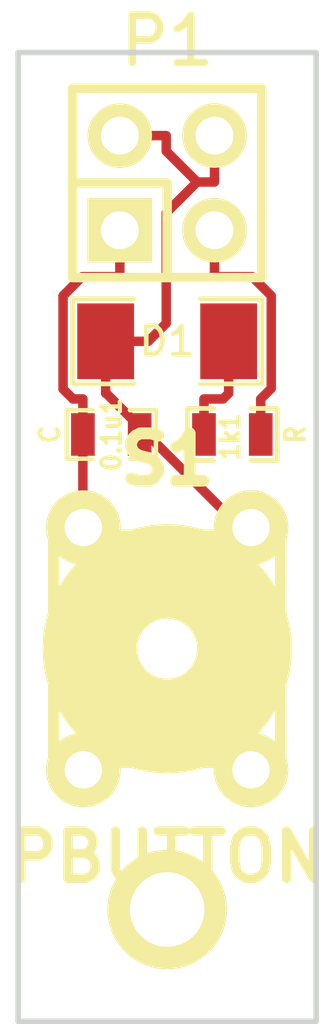
<source format=kicad_pcb>
(kicad_pcb (version 3) (host pcbnew "(2014-04-07 BZR 4791)-product")

  (general
    (links 8)
    (no_connects 0)
    (area 152.215591 87.7422 162.78441 115.575001)
    (thickness 1.6)
    (drawings 4)
    (tracks 35)
    (zones 0)
    (modules 6)
    (nets 8)
  )

  (page A4)
  (layers
    (15 F.Cu signal)
    (0 B.Cu signal)
    (16 B.Adhes user)
    (17 F.Adhes user)
    (18 B.Paste user)
    (19 F.Paste user)
    (20 B.SilkS user)
    (21 F.SilkS user)
    (22 B.Mask user)
    (23 F.Mask user)
    (24 Dwgs.User user)
    (25 Cmts.User user)
    (26 Eco1.User user)
    (27 Eco2.User user)
    (28 Edge.Cuts user)
  )

  (setup
    (last_trace_width 0.254)
    (trace_clearance 0.254)
    (zone_clearance 0.508)
    (zone_45_only no)
    (trace_min 0.254)
    (segment_width 0.2)
    (edge_width 0.15)
    (via_size 0.889)
    (via_drill 0.635)
    (via_min_size 0.889)
    (via_min_drill 0.508)
    (uvia_size 0.508)
    (uvia_drill 0.127)
    (uvias_allowed no)
    (uvia_min_size 0.508)
    (uvia_min_drill 0.127)
    (pcb_text_width 0.3)
    (pcb_text_size 1 1)
    (mod_edge_width 0.15)
    (mod_text_size 1 1)
    (mod_text_width 0.15)
    (pad_size 3.2004 3.2004)
    (pad_drill 2)
    (pad_to_mask_clearance 0)
    (aux_axis_origin 0 0)
    (visible_elements FFFFFF7F)
    (pcbplotparams
      (layerselection 268468224)
      (usegerberextensions true)
      (excludeedgelayer true)
      (linewidth 0.150000)
      (plotframeref false)
      (viasonmask false)
      (mode 1)
      (useauxorigin false)
      (hpglpennumber 1)
      (hpglpenspeed 20)
      (hpglpendiameter 15)
      (hpglpenoverlay 2)
      (psnegative false)
      (psa4output false)
      (plotreference true)
      (plotvalue true)
      (plotothertext true)
      (plotinvisibletext false)
      (padsonsilk false)
      (subtractmaskfromsilk false)
      (outputformat 1)
      (mirror false)
      (drillshape 0)
      (scaleselection 1)
      (outputdirectory OUTPUT/))
  )

  (net 0 "")
  (net 1 GND)
  (net 2 "Net-(0.1u1-Pad1)")
  (net 3 "Net-(1k1-Pad1)")
  (net 4 "Net-(1k1-Pad2)")
  (net 5 "Net-(S1-Pad2)")
  (net 6 "Net-(S1-Pad3)")
  (net 7 "Net-(P2-Pad1)")

  (net_class Default "This is the default net class."
    (clearance 0.254)
    (trace_width 0.254)
    (via_dia 0.889)
    (via_drill 0.635)
    (uvia_dia 0.508)
    (uvia_drill 0.127)
    (add_net GND)
    (add_net "Net-(0.1u1-Pad1)")
    (add_net "Net-(1k1-Pad1)")
    (add_net "Net-(1k1-Pad2)")
    (add_net "Net-(P2-Pad1)")
    (add_net "Net-(S1-Pad2)")
    (add_net "Net-(S1-Pad3)")
  )

  (module SMD_Packages:SM0603_Capa (layer F.Cu) (tedit 534ABF77) (tstamp 534ABF8D)
    (at 156 99.75)
    (path /52F78187)
    (attr smd)
    (fp_text reference 0.1u1 (at 0 0 90) (layer F.SilkS)
      (effects (font (size 0.508 0.4572) (thickness 0.1143)))
    )
    (fp_text value C (at -1.651 0 90) (layer F.SilkS)
      (effects (font (size 0.508 0.4572) (thickness 0.1143)))
    )
    (fp_line (start 0.50038 0.65024) (end 1.19888 0.65024) (layer F.SilkS) (width 0.11938))
    (fp_line (start -0.50038 0.65024) (end -1.19888 0.65024) (layer F.SilkS) (width 0.11938))
    (fp_line (start 0.50038 -0.65024) (end 1.19888 -0.65024) (layer F.SilkS) (width 0.11938))
    (fp_line (start -1.19888 -0.65024) (end -0.50038 -0.65024) (layer F.SilkS) (width 0.11938))
    (fp_line (start 1.19888 -0.635) (end 1.19888 0.635) (layer F.SilkS) (width 0.11938))
    (fp_line (start -1.19888 0.635) (end -1.19888 -0.635) (layer F.SilkS) (width 0.11938))
    (pad 1 smd rect (at -0.762 0) (size 0.635 1.143) (layers F.Cu F.Paste F.Mask)
      (net 2 "Net-(0.1u1-Pad1)"))
    (pad 2 smd rect (at 0.762 0) (size 0.635 1.143) (layers F.Cu F.Paste F.Mask)
      (net 1 GND))
    (model smd\capacitors\C0603.wrl
      (at (xyz 0 0 0.001))
      (scale (xyz 0.5 0.5 0.5))
      (rotate (xyz 0 0 0))
    )
  )

  (module SMD_Packages:SM0603_Resistor (layer F.Cu) (tedit 534ABF77) (tstamp 534ABF99)
    (at 159.25 99.75 180)
    (path /52F7807E)
    (attr smd)
    (fp_text reference 1k1 (at 0.0635 -0.0635 270) (layer F.SilkS)
      (effects (font (size 0.50038 0.4572) (thickness 0.1143)))
    )
    (fp_text value R (at -1.69926 0 270) (layer F.SilkS)
      (effects (font (size 0.508 0.4572) (thickness 0.1143)))
    )
    (fp_line (start -0.50038 -0.6985) (end -1.2065 -0.6985) (layer F.SilkS) (width 0.127))
    (fp_line (start -1.2065 -0.6985) (end -1.2065 0.6985) (layer F.SilkS) (width 0.127))
    (fp_line (start -1.2065 0.6985) (end -0.50038 0.6985) (layer F.SilkS) (width 0.127))
    (fp_line (start 1.2065 -0.6985) (end 0.50038 -0.6985) (layer F.SilkS) (width 0.127))
    (fp_line (start 1.2065 -0.6985) (end 1.2065 0.6985) (layer F.SilkS) (width 0.127))
    (fp_line (start 1.2065 0.6985) (end 0.50038 0.6985) (layer F.SilkS) (width 0.127))
    (pad 1 smd rect (at -0.762 0 180) (size 0.635 1.143) (layers F.Cu F.Paste F.Mask)
      (net 3 "Net-(1k1-Pad1)"))
    (pad 2 smd rect (at 0.762 0 180) (size 0.635 1.143) (layers F.Cu F.Paste F.Mask)
      (net 4 "Net-(1k1-Pad2)"))
    (model smd\resistors\R0603.wrl
      (at (xyz 0 0 0.001))
      (scale (xyz 0.5 0.5 0.5))
      (rotate (xyz 0 0 0))
    )
  )

  (module SMD_Packages:SM1206 (layer F.Cu) (tedit 534ABF77) (tstamp 534ABFA5)
    (at 157.5 97.25 180)
    (path /52F780F2)
    (attr smd)
    (fp_text reference D1 (at 0 0 180) (layer F.SilkS)
      (effects (font (size 0.762 0.762) (thickness 0.127)))
    )
    (fp_text value LED (at 0 0 180) (layer F.SilkS) hide
      (effects (font (size 0.762 0.762) (thickness 0.127)))
    )
    (fp_line (start -2.54 -1.143) (end -2.54 1.143) (layer F.SilkS) (width 0.127))
    (fp_line (start -2.54 1.143) (end -0.889 1.143) (layer F.SilkS) (width 0.127))
    (fp_line (start 0.889 -1.143) (end 2.54 -1.143) (layer F.SilkS) (width 0.127))
    (fp_line (start 2.54 -1.143) (end 2.54 1.143) (layer F.SilkS) (width 0.127))
    (fp_line (start 2.54 1.143) (end 0.889 1.143) (layer F.SilkS) (width 0.127))
    (fp_line (start -0.889 -1.143) (end -2.54 -1.143) (layer F.SilkS) (width 0.127))
    (pad 1 smd rect (at -1.651 0 180) (size 1.524 2.032) (layers F.Cu F.Paste F.Mask)
      (net 4 "Net-(1k1-Pad2)"))
    (pad 2 smd rect (at 1.651 0 180) (size 1.524 2.032) (layers F.Cu F.Paste F.Mask)
      (net 1 GND))
    (model smd/chip_cms.wrl
      (at (xyz 0 0 0))
      (scale (xyz 0.17 0.16 0.16))
      (rotate (xyz 0 0 0))
    )
  )

  (module Pin_Headers:Pin_Header_Straight_2x02 (layer F.Cu) (tedit 534ABF78) (tstamp 534ABFB5)
    (at 157.5 93)
    (descr "1 pin")
    (tags "CONN DEV")
    (path /534ABE66)
    (fp_text reference P1 (at 0 -3.81) (layer F.SilkS)
      (effects (font (size 1.27 1.27) (thickness 0.2032)))
    )
    (fp_text value CONN_2X2 (at 0 0) (layer F.SilkS) hide
      (effects (font (size 1.27 1.27) (thickness 0.2032)))
    )
    (fp_line (start -2.54 0) (end -2.54 2.54) (layer F.SilkS) (width 0.254))
    (fp_line (start -2.54 2.54) (end 0 2.54) (layer F.SilkS) (width 0.254))
    (fp_line (start 0 2.54) (end 0 0) (layer F.SilkS) (width 0.254))
    (fp_line (start 0 0) (end -2.54 0) (layer F.SilkS) (width 0.254))
    (fp_line (start -2.54 0) (end -2.54 -2.54) (layer F.SilkS) (width 0.254))
    (fp_line (start -2.54 -2.54) (end 2.54 -2.54) (layer F.SilkS) (width 0.254))
    (fp_line (start 2.54 -2.54) (end 2.54 2.54) (layer F.SilkS) (width 0.254))
    (fp_line (start 2.54 2.54) (end 0 2.54) (layer F.SilkS) (width 0.254))
    (pad 1 thru_hole rect (at -1.27 1.27) (size 1.7272 1.7272) (drill 1.016) (layers *.Cu *.Mask F.SilkS)
      (net 2 "Net-(0.1u1-Pad1)"))
    (pad 2 thru_hole oval (at -1.27 -1.27) (size 1.7272 1.7272) (drill 1.016) (layers *.Cu *.Mask F.SilkS)
      (net 1 GND))
    (pad 3 thru_hole oval (at 1.27 1.27) (size 1.7272 1.7272) (drill 1.016) (layers *.Cu *.Mask F.SilkS)
      (net 3 "Net-(1k1-Pad1)"))
    (pad 4 thru_hole oval (at 1.27 -1.27) (size 1.7272 1.7272) (drill 1.016) (layers *.Cu *.Mask F.SilkS)
      (net 1 GND))
    (model Pin_Headers/Pin_Header_Straight_2x02.wrl
      (at (xyz 0 0 0))
      (scale (xyz 1 1 1))
      (rotate (xyz 0 0 0))
    )
  )

  (module Saul_footprints:PCB_PUSH_bottom (layer F.Cu) (tedit 52F7D797) (tstamp 534ABFC2)
    (at 157.5 105.5)
    (descr "PCB pushbutton, Tyco FSM6x6 series")
    (tags pushbutton)
    (path /52F3EC4D)
    (fp_text reference S1 (at 0 -5.08) (layer F.SilkS)
      (effects (font (size 1.27 1.27) (thickness 0.3175)))
    )
    (fp_text value PBUTTON (at 0 5.588) (layer F.SilkS)
      (effects (font (size 1.27 1.27) (thickness 0.254)))
    )
    (fp_line (start -3.048 -3.048) (end 3.048 -3.048) (layer F.SilkS) (width 0.3048))
    (fp_line (start 3.048 -3.048) (end 3.048 3.048) (layer F.SilkS) (width 0.3048))
    (fp_line (start 3.048 3.048) (end -3.048 3.048) (layer F.SilkS) (width 0.3048))
    (fp_line (start -3.048 3.048) (end -3.048 -3.048) (layer F.SilkS) (width 0.3048))
    (fp_circle (center 0 0) (end -0.762 0.254) (layer F.SilkS) (width 2.54))
    (pad 1 thru_hole circle (at -2.25044 -3.2512) (size 1.99898 1.99898) (drill 1.00076) (layers *.Cu *.Mask F.SilkS)
      (net 2 "Net-(0.1u1-Pad1)"))
    (pad 3 thru_hole circle (at 2.25044 3.2512) (size 1.99898 1.99898) (drill 1.00076) (layers *.Cu *.Mask F.SilkS)
      (net 6 "Net-(S1-Pad3)"))
    (pad 4 thru_hole circle (at 2.25044 -3.2512) (size 1.99898 1.99898) (drill 1.00076) (layers *.Cu *.Mask F.SilkS)
      (net 1 GND))
    (pad 2 thru_hole circle (at -2.25044 3.2512) (size 1.99898 1.99898) (drill 1.00076) (layers *.Cu *.Mask F.SilkS)
      (net 5 "Net-(S1-Pad2)"))
    (model walter/misc_comp/pcb_push.wrl
      (at (xyz 0 0 0))
      (scale (xyz 1 1 1))
      (rotate (xyz 0 0 0))
    )
  )

  (module Saul_footprints:Mhole (layer F.Cu) (tedit 534BEF40) (tstamp 534AC34F)
    (at 157.5 112.5)
    (path /534AC1F7)
    (fp_text reference P2 (at 0.44958 -4.09956) (layer F.SilkS) hide
      (effects (font (thickness 0.3048)))
    )
    (fp_text value CONN_1 (at 0.20066 -6.10108) (layer F.SilkS) hide
      (effects (font (thickness 0.3048)))
    )
    (pad 1 thru_hole circle (at 0 0) (size 3.2004 3.2004) (drill 2) (layers *.Cu *.Mask F.SilkS)
      (net 7 "Net-(P2-Pad1)") (clearance 1.00076))
  )

  (gr_line (start 153.5 115.5) (end 153.5 89.5) (angle 90) (layer Edge.Cuts) (width 0.15))
  (gr_line (start 161.5 115.5) (end 153.5 115.5) (angle 90) (layer Edge.Cuts) (width 0.15))
  (gr_line (start 161.5 89.5) (end 161.5 115.5) (angle 90) (layer Edge.Cuts) (width 0.15))
  (gr_line (start 153.5 89.5) (end 161.5 89.5) (angle 90) (layer Edge.Cuts) (width 0.15))

  (segment (start 156.9664 99.75) (end 156.9689 99.75) (width 0.254) (layer F.Cu) (net 1))
  (segment (start 156.762 99.75) (end 156.9664 99.75) (width 0.254) (layer F.Cu) (net 1))
  (segment (start 159.7504 102.2488) (end 159.4652 102.2488) (width 0.254) (layer F.Cu) (net 1))
  (segment (start 159.4652 102.2488) (end 156.9664 99.75) (width 0.254) (layer F.Cu) (net 1))
  (segment (start 158.3031 92.9749) (end 157.4749 92.1467) (width 0.254) (layer F.Cu) (net 1))
  (segment (start 157.4749 92.1467) (end 157.4749 91.73) (width 0.254) (layer F.Cu) (net 1))
  (segment (start 158.77 92.9749) (end 158.3031 92.9749) (width 0.254) (layer F.Cu) (net 1))
  (segment (start 158.3031 92.9749) (end 157.4751 93.8029) (width 0.254) (layer F.Cu) (net 1))
  (segment (start 157.4751 93.8029) (end 157.4751 96.7672) (width 0.254) (layer F.Cu) (net 1))
  (segment (start 157.4751 96.7672) (end 156.9923 97.25) (width 0.254) (layer F.Cu) (net 1))
  (segment (start 155.849 97.25) (end 156.9923 97.25) (width 0.254) (layer F.Cu) (net 1))
  (segment (start 155.849 97.25) (end 155.849 98.6473) (width 0.254) (layer F.Cu) (net 1))
  (segment (start 156.9689 99.75) (end 155.8662 98.6473) (width 0.254) (layer F.Cu) (net 1))
  (segment (start 155.8662 98.6473) (end 155.849 98.6473) (width 0.254) (layer F.Cu) (net 1))
  (segment (start 156.23 91.73) (end 157.4749 91.73) (width 0.254) (layer F.Cu) (net 1))
  (segment (start 158.77 91.73) (end 158.77 92.9749) (width 0.254) (layer F.Cu) (net 1))
  (segment (start 155.238 99.75) (end 155.238 98.7972) (width 0.254) (layer F.Cu) (net 2))
  (segment (start 155.238 98.7972) (end 154.9717 98.7972) (width 0.254) (layer F.Cu) (net 2))
  (segment (start 154.9717 98.7972) (end 154.7056 98.5311) (width 0.254) (layer F.Cu) (net 2))
  (segment (start 154.7056 98.5311) (end 154.7056 96.0278) (width 0.254) (layer F.Cu) (net 2))
  (segment (start 154.7056 96.0278) (end 155.2185 95.5149) (width 0.254) (layer F.Cu) (net 2))
  (segment (start 155.2185 95.5149) (end 156.23 95.5149) (width 0.254) (layer F.Cu) (net 2))
  (segment (start 155.2496 102.2488) (end 155.238 102.2372) (width 0.254) (layer F.Cu) (net 2))
  (segment (start 155.238 102.2372) (end 155.238 99.75) (width 0.254) (layer F.Cu) (net 2))
  (segment (start 156.23 94.27) (end 156.23 95.5149) (width 0.254) (layer F.Cu) (net 2))
  (segment (start 160.012 99.75) (end 160.012 98.7972) (width 0.254) (layer F.Cu) (net 3))
  (segment (start 158.77 94.27) (end 158.77 95.5149) (width 0.254) (layer F.Cu) (net 3))
  (segment (start 158.77 95.5149) (end 159.7815 95.5149) (width 0.254) (layer F.Cu) (net 3))
  (segment (start 159.7815 95.5149) (end 160.2944 96.0278) (width 0.254) (layer F.Cu) (net 3))
  (segment (start 160.2944 96.0278) (end 160.2944 98.5148) (width 0.254) (layer F.Cu) (net 3))
  (segment (start 160.2944 98.5148) (end 160.012 98.7972) (width 0.254) (layer F.Cu) (net 3))
  (segment (start 158.488 99.75) (end 158.488 98.7972) (width 0.254) (layer F.Cu) (net 4))
  (segment (start 159.151 97.25) (end 159.151 98.6473) (width 0.254) (layer F.Cu) (net 4))
  (segment (start 159.151 98.6473) (end 159.0011 98.7972) (width 0.254) (layer F.Cu) (net 4))
  (segment (start 159.0011 98.7972) (end 158.488 98.7972) (width 0.254) (layer F.Cu) (net 4))

)

</source>
